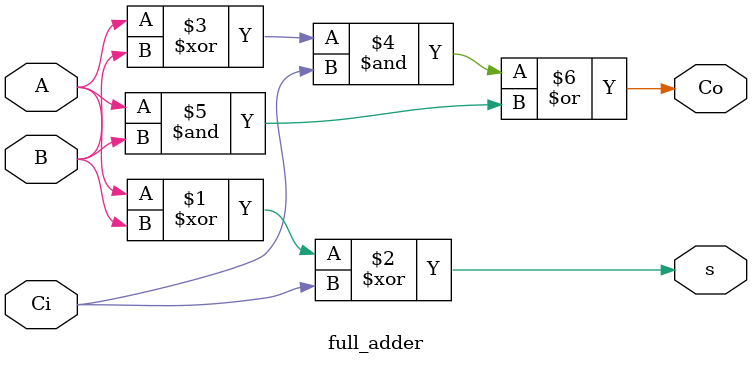
<source format=v>
module Par3_2(
	input [8:0]SW,
	
	output [8:0]LEDR,
	output [4:0]LEDG
);

	
	wire Cin = SW[8];
	wire c1,c2,c3;
	full_adder f_a0(Cin,SW[7],SW[3],LEDG[0],c1);
	full_adder f_a1(c1,SW[6],SW[2],LEDG[1],c2);
	full_adder f_a2(c2,SW[5],SW[1],LEDG[2],c3);
	full_adder f_a3(c3,SW[4],SW[0],LEDG[3],LEDG[4]);
	
	assign LEDR = SW;
	
	
/*	    wire [4:0] carry;  // Array of carry bits
    wire [4:0] sum;    // Array of sum bits

    // Instantiate the full adders in a generate block
    generate
        genvar i;
        for (i = 0; i < 4; i = i + 1) begin : FA_GEN
            if (i == 0)
                full_adder f_a(SW[8], SW[7-i], SW[3-i], sum[i], carry[i]);
            else if (i == 3)
                full_adder f_a(carry[i-1], SW[4-i], SW[0-i], sum[i], LEDG[i]);
            else
                full_adder f_a(carry[i-1], SW[7-i], SW[3-i], sum[i], carry[i]);
        end
    endgenerate

    assign LEDG[4] = carry[3];  // Carry output for the last full adder
	*/
	
endmodule
	

module full_adder(
	input Ci,
	input A,
	input B,
	output s,Co
);

	assign s = A ^ B ^ Ci;
	assign Co = ((A^B)&Ci)|(A&B);
endmodule	
	


</source>
